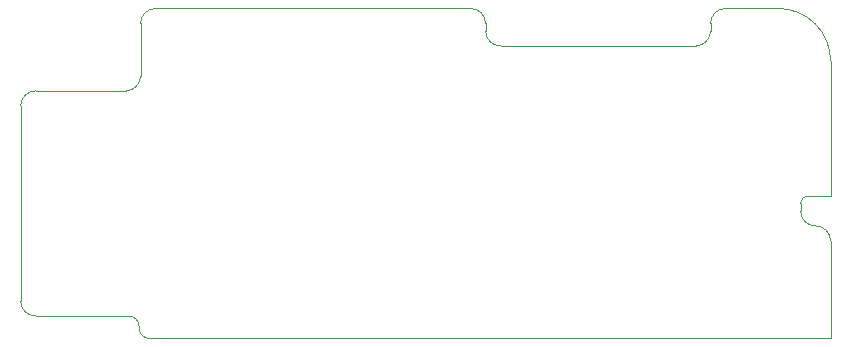
<source format=gm1>
G04 #@! TF.GenerationSoftware,KiCad,Pcbnew,8.0.2*
G04 #@! TF.CreationDate,2024-05-11T15:04:56+02:00*
G04 #@! TF.ProjectId,WiFi-2-OIP-UI,57694669-2d32-42d4-9f49-502d55492e6b,V1.0*
G04 #@! TF.SameCoordinates,Original*
G04 #@! TF.FileFunction,Profile,NP*
%FSLAX46Y46*%
G04 Gerber Fmt 4.6, Leading zero omitted, Abs format (unit mm)*
G04 Created by KiCad (PCBNEW 8.0.2) date 2024-05-11 15:04:56*
%MOMM*%
%LPD*%
G01*
G04 APERTURE LIST*
G04 #@! TA.AperFunction,Profile*
%ADD10C,0.050000*%
G04 #@! TD*
G04 APERTURE END LIST*
D10*
X177800000Y-100965000D02*
X177800000Y-101600000D01*
X180340000Y-100330000D02*
X178435000Y-100330000D01*
X177800000Y-100965000D02*
G75*
G02*
X178435000Y-100330000I635000J0D01*
G01*
X151130000Y-85725000D02*
X151130000Y-86360000D01*
X170180000Y-85725000D02*
X170180000Y-86360000D01*
X180340000Y-104140000D02*
X180340000Y-112395000D01*
X179070000Y-102870000D02*
G75*
G02*
X177800000Y-101600000I0J1270000D01*
G01*
X179070000Y-102870000D02*
G75*
G02*
X180340000Y-104140000I0J-1270000D01*
G01*
X175895000Y-84455000D02*
X171450000Y-84455000D01*
X152400000Y-87630000D02*
X168910000Y-87630000D01*
X170180000Y-86360000D02*
G75*
G02*
X168910000Y-87630000I-1270000J0D01*
G01*
X170180000Y-85725000D02*
G75*
G02*
X171450000Y-84455000I1270000J0D01*
G01*
X149860000Y-84455000D02*
G75*
G02*
X151130000Y-85725000I0J-1270000D01*
G01*
X113030000Y-110490000D02*
X120904000Y-110490000D01*
X175895000Y-84455000D02*
G75*
G02*
X180340000Y-88900000I0J-4445000D01*
G01*
X121920000Y-85725000D02*
G75*
G02*
X123190000Y-84455000I1270000J0D01*
G01*
X121920000Y-90170000D02*
G75*
G02*
X120650000Y-91440000I-1270000J0D01*
G01*
X111760000Y-92710000D02*
G75*
G02*
X113030000Y-91440000I1270000J0D01*
G01*
X113030000Y-110490000D02*
G75*
G02*
X111760000Y-109220000I0J1270000D01*
G01*
X121920000Y-90170000D02*
X121920000Y-85725000D01*
X113030000Y-91440000D02*
X120650000Y-91440000D01*
X111760000Y-92710000D02*
X111760000Y-109220000D01*
X149860000Y-84455000D02*
X123190000Y-84455000D01*
X180340000Y-100330000D02*
X180340000Y-88900000D01*
X122682000Y-112395000D02*
X180340000Y-112395000D01*
X152400000Y-87630000D02*
G75*
G02*
X151130000Y-86360000I0J1270000D01*
G01*
X121793000Y-111379000D02*
X121793000Y-111506000D01*
X122682000Y-112395000D02*
G75*
G02*
X121793000Y-111506000I0J889000D01*
G01*
X120904000Y-110490000D02*
G75*
G02*
X121793000Y-111379000I0J-889000D01*
G01*
M02*

</source>
